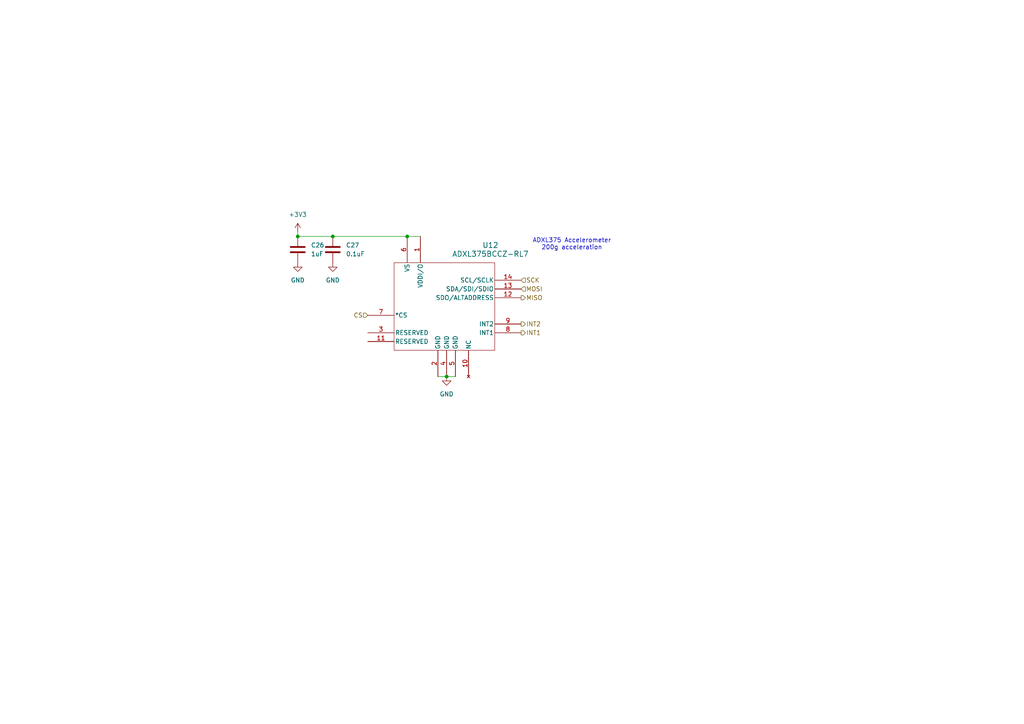
<source format=kicad_sch>
(kicad_sch (version 20231120) (generator "eeschema") (generator_version "8.0")
  (paper "A4")
  (lib_symbols
    (symbol "Device:C" (pin_numbers hide) (pin_names (offset 0.254))
      (property "Reference" "C" (at 0.635 2.54 0))
      (property "Value" "C" (at 0.635 -2.54 0))
      (symbol "C_0_1"
        (polyline (pts (xy -2.032 -0.762) (xy 2.032 -0.762)) (stroke (width 0.508)))
        (polyline (pts (xy -2.032 0.762) (xy 2.032 0.762)) (stroke (width 0.508)))
      )
      (symbol "C_1_1"
        (pin passive line (at 0 3.81 270) (length 2.794) (name "~") (number "1"))
        (pin passive line (at 0 -3.81 90) (length 2.794) (name "~") (number "2"))
      )
    )
    (symbol "Sensor_Motion:ADXL375BCCZ-RL7" (pin_names (offset 0.254))
      (property "Reference" "U" (at 27.178 10.16 0))
      (property "Value" "ADXL375BCCZ-RL7" (at 27.178 7.62 0))
      (symbol "ADXL375BCCZ-RL7_0_1"
        (polyline (pts (xy 7.62 -20.32) (xy 36.83 -20.32)) (stroke (width 0.127)))
        (polyline (pts (xy 7.62 5.08) (xy 7.62 -20.32)) (stroke (width 0.127)))
        (polyline (pts (xy 36.83 -20.32) (xy 36.83 5.08)) (stroke (width 0.127)))
        (polyline (pts (xy 36.83 5.08) (xy 7.62 5.08)) (stroke (width 0.127)))
        (pin power_in line (at 15.24 12.7 270) (length 7.62) (name "VDDI/O") (number "1"))
        (pin no_connect line (at 29.21 -27.94 90) (length 7.62) (name "NC") (number "10"))
        (pin unspecified line (at 0 -17.78 0) (length 7.62) (name "RESERVED") (number "11"))
        (pin unspecified line (at 44.45 -5.08 180) (length 7.62) (name "SDO/ALTADDRESS") (number "12"))
        (pin unspecified line (at 44.45 -2.54 180) (length 7.62) (name "SDA/SDI/SDIO") (number "13"))
        (pin unspecified line (at 44.45 0 180) (length 7.62) (name "SCL/SCLK") (number "14"))
        (pin power_out line (at 20.32 -27.94 90) (length 7.62) (name "GND") (number "2"))
        (pin unspecified line (at 0 -15.24 0) (length 7.62) (name "RESERVED") (number "3"))
        (pin power_out line (at 22.86 -27.94 90) (length 7.62) (name "GND") (number "4"))
        (pin power_out line (at 25.4 -27.94 90) (length 7.62) (name "GND") (number "5"))
        (pin unspecified line (at 11.43 12.7 270) (length 7.62) (name "VS") (number "6"))
        (pin unspecified line (at 0 -10.16 0) (length 7.62) (name "*CS") (number "7"))
        (pin bidirectional line (at 44.45 -15.24 180) (length 7.62) (name "INT1") (number "8"))
        (pin bidirectional line (at 44.45 -12.7 180) (length 7.62) (name "INT2") (number "9"))
      )
    )
    (symbol "power:+3.3V" (power) (pin_numbers hide) (pin_names (offset 0) hide)
      (property "Value" "+3.3V" (at 0 3.556 0))
      (symbol "+3.3V_0_1"
        (polyline (pts (xy -0.762 1.27) (xy 0 2.54)))
        (polyline (pts (xy 0 0) (xy 0 2.54)))
        (polyline (pts (xy 0 2.54) (xy 0.762 1.27)))
      )
      (symbol "+3.3V_1_1"
        (pin power_in line (at 0 0 90) (length 0) (name "~") (number "1"))
      )
    )
    (symbol "power:GND" (power) (pin_numbers hide) (pin_names (offset 0) hide)
      (property "Value" "GND" (at 0 -3.81 0))
      (symbol "GND_0_1"
        (polyline (pts (xy 0 0) (xy 0 -1.27) (xy 1.27 -1.27) (xy 0 -2.54) (xy -1.27 -1.27) (xy 0 -1.27)))
      )
      (symbol "GND_1_1"
        (pin power_in line (at 0 0 270) (length 0) (name "~") (number "1"))
      )
    )
  )
  (junction (at 86.36 68.58))
  (junction (at 129.54 109.22))
  (junction (at 96.52 68.58))
  (junction (at 118.11 68.58))
  (wire (pts (xy 127 109.22) (xy 129.54 109.22)))
  (wire (pts (xy 86.36 67.31) (xy 86.36 68.58)))
  (wire (pts (xy 129.54 109.22) (xy 132.08 109.22)))
  (wire (pts (xy 118.11 68.58) (xy 121.92 68.58)))
  (wire (pts (xy 96.52 68.58) (xy 118.11 68.58)))
  (wire (pts (xy 86.36 68.58) (xy 96.52 68.58)))
  (text "ADXL375 Accelerometer\n200g acceleration" (at 165.862 70.866 0) (effects (font (size 1.27 1.27))))
  (hierarchical_label "SCK" (shape input) (at 151.13 81.28 0))
  (hierarchical_label "MOSI" (shape input) (at 151.13 83.82 0))
  (hierarchical_label "MISO" (shape output) (at 151.13 86.36 0))
  (hierarchical_label "INT2" (shape output) (at 151.13 93.98 0))
  (hierarchical_label "INT1" (shape output) (at 151.13 96.52 0))
  (hierarchical_label "CS" (shape input) (at 106.68 91.44 180))
  (symbol (lib_id "power:GND") (at 96.52 76.2 0) (unit 1)
    (property "Reference" "#PWR071" (effects (hide yes)))
    (property "Value" "GND" (at 96.52 81.28 0))
    (property "Description" "Power symbol creates a global label with name \"GND\" , ground" (effects (hide yes)))
  )
  (symbol (lib_id "power:+3.3V") (at 86.36 67.31 0) (unit 1)
    (property "Reference" "#PWR069" (effects (hide yes)))
    (property "Value" "+3V3" (at 86.36 62.23 0))
    (property "Description" "Power symbol creates a global label with name \"+3.3V\"" (effects (hide yes)))
  )
  (symbol (lib_id "power:GND") (at 86.36 76.2 0) (unit 1)
    (property "Reference" "#PWR070" (effects (hide yes)))
    (property "Value" "GND" (at 86.36 81.28 0))
    (property "Description" "Power symbol creates a global label with name \"GND\" , ground" (effects (hide yes)))
  )
  (symbol (lib_id "Device:C") (at 86.36 72.39 0) (unit 1)
    (property "Reference" "C26" (at 90.17 71.1199 0) (effects (justify left)))
    (property "Value" "1uF" (at 90.17 73.6599 0) (effects (justify left)))
    (property "Footprint" "Capacitor_SMD:C_0603_1608Metric" (effects (hide yes)))
    (property "Description" "Unpolarized capacitor" (effects (hide yes)))
  )
  (symbol (lib_id "Device:C") (at 96.52 72.39 0) (unit 1)
    (property "Reference" "C27" (at 100.33 71.1199 0) (effects (justify left)))
    (property "Value" "0.1uF" (at 100.33 73.6599 0) (effects (justify left)))
    (property "Footprint" "Capacitor_SMD:C_0603_1608Metric" (effects (hide yes)))
    (property "Description" "Unpolarized capacitor" (effects (hide yes)))
  )
  (symbol (lib_id "Sensor_Motion:ADXL375BCCZ-RL7") (at 106.68 81.28 0) (unit 1)
    (property "Reference" "U12" (at 142.24 71.12 0) (effects (font (size 1.524 1.524))))
    (property "Value" "ADXL375BCCZ-RL7" (at 142.24 73.66 0) (effects (font (size 1.524 1.524))))
    (property "Footprint" "Sensor_Motion:LGA_CC-14-1_ADI" (effects (hide yes)))
    (property "Datasheet" "ADXL375BCCZ-RL7" (effects (hide yes)))
  )
  (symbol (lib_id "power:GND") (at 129.54 109.22 0) (unit 1)
    (property "Reference" "#PWR072" (effects (hide yes)))
    (property "Value" "GND" (at 129.54 114.3 0))
    (property "Description" "Power symbol creates a global label with name \"GND\" , ground" (effects (hide yes)))
  )
)
</source>
